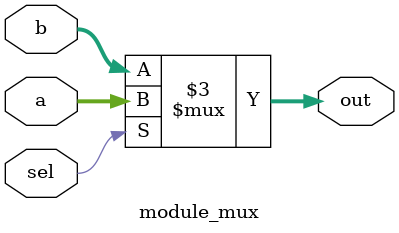
<source format=v>
`timescale 1ns / 1ps


module module_mux(a,b,sel,out);
    //ÊäÈë¶Ë¿Ú£ºa,b,sel
    //Êä³ö¶Ë¿Ú£ºout
    //nÎ»¶þÑ¡Ò»¶àÂ·Ñ¡ÔñÆ÷
    //µ±sel==1Ê±£¬out=b£¬·ñÔòout=a
    parameter WIDTH = 8;
    //Ä£¿éÄÚ²¿²ÎÊýÔÝ¶¨Îª8£¬¿ÉÒÔÍ¨¹ý´«²Îµ÷ÕûÎ»¿í
    output reg [WIDTH-1 : 0] out;
    input [WIDTH-1 : 0] a;
    input [WIDTH-1 : 0] b;
    input sel;
    
    always @ (a or b or sel)
    begin
        if(sel)
            out = a;
        else 
            out = b;
    end
endmodule

</source>
